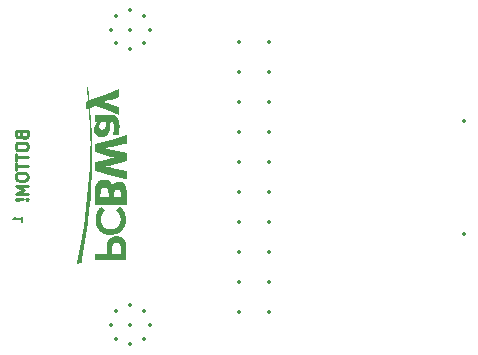
<source format=gbo>
%TF.GenerationSoftware,KiCad,Pcbnew,8.0.3*%
%TF.CreationDate,2024-06-06T10:46:03+01:00*%
%TF.ProjectId,hexpansion,68657870-616e-4736-996f-6e2e6b696361,rev?*%
%TF.SameCoordinates,Original*%
%TF.FileFunction,Legend,Bot*%
%TF.FilePolarity,Positive*%
%FSLAX46Y46*%
G04 Gerber Fmt 4.6, Leading zero omitted, Abs format (unit mm)*
G04 Created by KiCad (PCBNEW 8.0.3) date 2024-06-06 10:46:03*
%MOMM*%
%LPD*%
G01*
G04 APERTURE LIST*
%ADD10C,0.000000*%
%ADD11C,0.250000*%
%ADD12C,0.200000*%
%ADD13C,0.350000*%
G04 APERTURE END LIST*
D10*
G36*
X110346526Y-100219142D02*
G01*
X110384328Y-100219949D01*
X110419393Y-100221113D01*
X110451880Y-100222654D01*
X110481948Y-100224591D01*
X110509755Y-100226942D01*
X110535459Y-100229729D01*
X110559220Y-100232969D01*
X110581196Y-100236682D01*
X110601545Y-100240888D01*
X110620427Y-100245606D01*
X110637998Y-100250855D01*
X110654419Y-100256654D01*
X110669848Y-100263024D01*
X110684442Y-100269983D01*
X110704006Y-100281073D01*
X110723659Y-100294363D01*
X110743294Y-100309708D01*
X110762804Y-100326962D01*
X110782084Y-100345980D01*
X110801026Y-100366615D01*
X110819524Y-100388722D01*
X110837471Y-100412155D01*
X110854760Y-100436769D01*
X110871286Y-100462417D01*
X110886940Y-100488955D01*
X110901618Y-100516237D01*
X110915211Y-100544116D01*
X110927613Y-100572447D01*
X110938718Y-100601085D01*
X110948419Y-100629884D01*
X110954202Y-100648175D01*
X110959836Y-100665239D01*
X110965191Y-100680702D01*
X110970137Y-100694191D01*
X110972415Y-100700079D01*
X110974543Y-100705333D01*
X110976503Y-100709906D01*
X110978280Y-100713752D01*
X110979857Y-100716825D01*
X110981217Y-100719077D01*
X110981811Y-100719881D01*
X110982345Y-100720462D01*
X110982817Y-100720815D01*
X110983225Y-100720933D01*
X110984083Y-100720591D01*
X110985291Y-100719587D01*
X110986828Y-100717955D01*
X110988671Y-100715729D01*
X110993187Y-100709630D01*
X110998663Y-100701560D01*
X111004921Y-100691790D01*
X111011785Y-100680592D01*
X111019077Y-100668236D01*
X111026621Y-100654992D01*
X111041259Y-100630520D01*
X111057393Y-100606724D01*
X111074948Y-100583657D01*
X111093852Y-100561373D01*
X111114034Y-100539929D01*
X111135421Y-100519377D01*
X111157940Y-100499772D01*
X111181518Y-100481169D01*
X111206085Y-100463622D01*
X111231567Y-100447185D01*
X111257891Y-100431913D01*
X111284986Y-100417860D01*
X111312779Y-100405081D01*
X111341198Y-100393630D01*
X111370169Y-100383561D01*
X111399622Y-100374929D01*
X111416666Y-100370924D01*
X111435567Y-100367445D01*
X111456055Y-100364491D01*
X111477865Y-100362064D01*
X111500728Y-100360163D01*
X111524378Y-100358791D01*
X111548546Y-100357946D01*
X111572966Y-100357630D01*
X111597369Y-100357843D01*
X111621489Y-100358586D01*
X111645058Y-100359859D01*
X111667808Y-100361664D01*
X111689473Y-100363999D01*
X111709785Y-100366867D01*
X111728476Y-100370267D01*
X111745279Y-100374200D01*
X111782367Y-100385531D01*
X111818192Y-100399408D01*
X111852701Y-100415773D01*
X111885841Y-100434569D01*
X111917561Y-100455737D01*
X111947808Y-100479220D01*
X111976529Y-100504959D01*
X112003673Y-100532898D01*
X112029188Y-100562978D01*
X112053020Y-100595142D01*
X112075117Y-100629330D01*
X112095428Y-100665487D01*
X112113899Y-100703553D01*
X112130479Y-100743472D01*
X112145115Y-100785185D01*
X112157755Y-100828634D01*
X112169282Y-100881363D01*
X112178768Y-100945751D01*
X112186370Y-101025186D01*
X112192247Y-101123056D01*
X112196557Y-101242750D01*
X112199456Y-101387655D01*
X112201654Y-101766652D01*
X112201807Y-102341317D01*
X111715402Y-102341317D01*
X110844110Y-102341317D01*
X110671671Y-102341318D01*
X109486154Y-102341321D01*
X109492123Y-101663022D01*
X109974344Y-101663022D01*
X110671671Y-101663022D01*
X110668062Y-101475080D01*
X111134287Y-101475080D01*
X111134287Y-101663022D01*
X111715402Y-101663022D01*
X111708399Y-101465185D01*
X111706725Y-101424476D01*
X111704609Y-101384627D01*
X111702131Y-101346642D01*
X111699375Y-101311529D01*
X111696422Y-101280292D01*
X111693355Y-101253939D01*
X111690255Y-101233474D01*
X111688718Y-101225764D01*
X111687204Y-101219903D01*
X111680286Y-101200211D01*
X111671755Y-101181479D01*
X111661679Y-101163753D01*
X111650126Y-101147077D01*
X111637165Y-101131497D01*
X111622864Y-101117057D01*
X111607292Y-101103804D01*
X111590517Y-101091781D01*
X111572608Y-101081035D01*
X111553632Y-101071611D01*
X111533660Y-101063553D01*
X111512758Y-101056906D01*
X111490995Y-101051716D01*
X111468440Y-101048028D01*
X111445162Y-101045888D01*
X111421228Y-101045339D01*
X111397049Y-101046261D01*
X111385352Y-101047220D01*
X111373916Y-101048512D01*
X111362741Y-101050136D01*
X111351827Y-101052092D01*
X111341173Y-101054381D01*
X111330781Y-101057003D01*
X111320649Y-101059957D01*
X111310778Y-101063244D01*
X111301167Y-101066864D01*
X111291817Y-101070817D01*
X111282726Y-101075103D01*
X111273896Y-101079722D01*
X111265326Y-101084674D01*
X111257015Y-101089959D01*
X111248964Y-101095578D01*
X111241173Y-101101530D01*
X111233641Y-101107815D01*
X111226368Y-101114434D01*
X111219355Y-101121386D01*
X111212601Y-101128672D01*
X111206105Y-101136292D01*
X111199869Y-101144245D01*
X111193891Y-101152532D01*
X111188172Y-101161153D01*
X111182711Y-101170108D01*
X111177509Y-101179397D01*
X111172565Y-101189021D01*
X111167879Y-101198978D01*
X111163451Y-101209270D01*
X111159281Y-101219896D01*
X111159494Y-101219896D01*
X111152322Y-101240566D01*
X111146608Y-101261390D01*
X111144249Y-101272338D01*
X111142198Y-101283897D01*
X111138937Y-101309611D01*
X111136670Y-101340059D01*
X111135243Y-101376769D01*
X111134500Y-101421267D01*
X111134287Y-101475080D01*
X110668062Y-101475080D01*
X110666666Y-101402383D01*
X110664310Y-101307990D01*
X110662848Y-101268034D01*
X110661093Y-101232352D01*
X110658967Y-101200528D01*
X110656392Y-101172146D01*
X110653289Y-101146791D01*
X110649582Y-101124048D01*
X110647477Y-101113526D01*
X110645191Y-101103501D01*
X110642715Y-101093921D01*
X110640039Y-101084734D01*
X110637153Y-101075889D01*
X110634047Y-101067333D01*
X110630713Y-101059014D01*
X110627139Y-101050881D01*
X110619235Y-101034964D01*
X110610257Y-101019165D01*
X110600128Y-101003069D01*
X110588770Y-100986261D01*
X110579656Y-100973899D01*
X110569944Y-100962270D01*
X110559629Y-100951371D01*
X110548704Y-100941198D01*
X110537163Y-100931748D01*
X110525001Y-100923018D01*
X110512210Y-100915004D01*
X110498785Y-100907704D01*
X110484719Y-100901114D01*
X110470007Y-100895231D01*
X110454642Y-100890051D01*
X110438618Y-100885571D01*
X110421928Y-100881788D01*
X110404567Y-100878699D01*
X110386529Y-100876301D01*
X110367807Y-100874589D01*
X110350025Y-100873593D01*
X110332690Y-100873182D01*
X110315798Y-100873357D01*
X110299347Y-100874122D01*
X110283336Y-100875476D01*
X110267761Y-100877423D01*
X110252620Y-100879964D01*
X110237911Y-100883101D01*
X110223632Y-100886835D01*
X110209779Y-100891168D01*
X110196351Y-100896103D01*
X110183345Y-100901640D01*
X110170759Y-100907782D01*
X110158590Y-100914531D01*
X110146836Y-100921888D01*
X110135494Y-100929855D01*
X110124563Y-100938433D01*
X110114039Y-100947626D01*
X110103920Y-100957433D01*
X110094204Y-100967858D01*
X110084889Y-100978902D01*
X110075971Y-100990566D01*
X110067450Y-101002853D01*
X110059321Y-101015765D01*
X110051583Y-101029302D01*
X110044234Y-101043467D01*
X110037270Y-101058262D01*
X110030690Y-101073689D01*
X110024491Y-101089748D01*
X110018671Y-101106443D01*
X110008158Y-101141744D01*
X110007547Y-101141744D01*
X110004028Y-101159039D01*
X110000431Y-101184218D01*
X109996848Y-101216084D01*
X109993370Y-101253438D01*
X109987096Y-101339822D01*
X109982340Y-101433786D01*
X109974344Y-101663022D01*
X109492123Y-101663022D01*
X109492151Y-101659887D01*
X109493980Y-101448155D01*
X109495839Y-101283154D01*
X109498019Y-101157495D01*
X109499321Y-101107110D01*
X109500812Y-101063789D01*
X109502530Y-101026610D01*
X109504511Y-100994648D01*
X109506790Y-100966981D01*
X109509405Y-100942684D01*
X109512392Y-100920834D01*
X109515788Y-100900507D01*
X109519629Y-100880781D01*
X109523950Y-100860730D01*
X109536860Y-100808664D01*
X109552006Y-100758033D01*
X109569320Y-100708933D01*
X109588730Y-100661464D01*
X109610168Y-100615722D01*
X109633563Y-100571804D01*
X109658846Y-100529807D01*
X109685945Y-100489830D01*
X109714793Y-100451969D01*
X109745317Y-100416321D01*
X109777449Y-100382985D01*
X109811118Y-100352057D01*
X109846255Y-100323634D01*
X109882790Y-100297814D01*
X109901560Y-100285911D01*
X109920652Y-100274695D01*
X109940059Y-100264178D01*
X109959772Y-100254373D01*
X109984914Y-100242698D01*
X109996090Y-100237957D01*
X110006900Y-100233880D01*
X110017767Y-100230418D01*
X110029114Y-100227519D01*
X110041364Y-100225135D01*
X110054941Y-100223214D01*
X110070267Y-100221707D01*
X110087766Y-100220563D01*
X110130974Y-100219165D01*
X110187950Y-100218618D01*
X110262079Y-100218522D01*
X110346526Y-100219142D01*
G37*
G36*
X111721384Y-102532007D02*
G01*
X111758497Y-102569875D01*
X111794190Y-102609365D01*
X111828419Y-102650392D01*
X111861141Y-102692875D01*
X111892311Y-102736731D01*
X111921887Y-102781879D01*
X111949823Y-102828234D01*
X111976076Y-102875716D01*
X112000603Y-102924240D01*
X112023359Y-102973726D01*
X112044301Y-103024091D01*
X112063385Y-103075252D01*
X112080567Y-103127126D01*
X112095803Y-103179631D01*
X112109050Y-103232686D01*
X112120264Y-103286207D01*
X112124966Y-103314490D01*
X112128987Y-103345377D01*
X112132328Y-103378495D01*
X112134994Y-103413470D01*
X112138307Y-103487503D01*
X112138950Y-103564492D01*
X112136944Y-103641454D01*
X112132312Y-103715408D01*
X112129019Y-103750325D01*
X112125077Y-103783371D01*
X112120489Y-103814173D01*
X112115259Y-103842359D01*
X112097995Y-103915221D01*
X112076784Y-103986715D01*
X112051758Y-104056662D01*
X112023048Y-104124889D01*
X111990787Y-104191218D01*
X111955106Y-104255473D01*
X111916138Y-104317477D01*
X111874014Y-104377056D01*
X111828866Y-104434032D01*
X111780827Y-104488230D01*
X111730027Y-104539473D01*
X111676600Y-104587584D01*
X111620676Y-104632389D01*
X111562389Y-104673710D01*
X111501869Y-104711372D01*
X111439249Y-104745199D01*
X111375701Y-104774254D01*
X111308898Y-104799573D01*
X111239289Y-104821150D01*
X111167321Y-104838979D01*
X111093440Y-104853056D01*
X111018094Y-104863375D01*
X110941730Y-104869930D01*
X110864796Y-104872718D01*
X110787737Y-104871731D01*
X110711003Y-104866966D01*
X110635039Y-104858417D01*
X110560293Y-104846079D01*
X110487213Y-104829946D01*
X110416245Y-104810014D01*
X110347836Y-104786277D01*
X110282434Y-104758729D01*
X110215139Y-104725111D01*
X110150496Y-104687727D01*
X110088609Y-104646711D01*
X110029581Y-104602199D01*
X109973516Y-104554325D01*
X109920517Y-104503225D01*
X109870688Y-104449033D01*
X109824131Y-104391884D01*
X109780950Y-104331914D01*
X109741249Y-104269257D01*
X109705131Y-104204047D01*
X109672700Y-104136421D01*
X109644058Y-104066513D01*
X109619309Y-103994458D01*
X109598556Y-103920390D01*
X109581903Y-103844446D01*
X109582147Y-103844446D01*
X109577628Y-103815555D01*
X109573960Y-103781637D01*
X109569098Y-103701620D01*
X109567400Y-103610206D01*
X109568701Y-103513202D01*
X109572838Y-103416420D01*
X109579650Y-103325669D01*
X109588972Y-103246759D01*
X109594523Y-103213559D01*
X109600641Y-103185499D01*
X109611738Y-103144897D01*
X109624478Y-103104199D01*
X109638818Y-103063485D01*
X109654711Y-103022833D01*
X109672113Y-102982324D01*
X109690978Y-102942038D01*
X109711262Y-102902052D01*
X109732920Y-102862449D01*
X109755905Y-102823305D01*
X109780174Y-102784702D01*
X109805680Y-102746719D01*
X109832380Y-102709436D01*
X109860227Y-102672931D01*
X109889177Y-102637285D01*
X109919185Y-102602577D01*
X109950205Y-102568887D01*
X110035303Y-102479299D01*
X110195917Y-102637311D01*
X110356531Y-102795324D01*
X110295832Y-102866643D01*
X110256798Y-102913473D01*
X110221179Y-102958350D01*
X110188850Y-103001570D01*
X110159687Y-103043429D01*
X110133568Y-103084221D01*
X110110369Y-103124244D01*
X110089966Y-103163792D01*
X110072237Y-103203162D01*
X110057058Y-103242649D01*
X110044305Y-103282548D01*
X110033855Y-103323156D01*
X110025585Y-103364769D01*
X110019371Y-103407681D01*
X110015091Y-103452189D01*
X110012620Y-103498588D01*
X110011835Y-103547174D01*
X110012105Y-103578565D01*
X110012908Y-103608261D01*
X110014290Y-103636468D01*
X110016298Y-103663392D01*
X110018980Y-103689241D01*
X110022383Y-103714220D01*
X110026554Y-103738538D01*
X110031540Y-103762399D01*
X110037388Y-103786012D01*
X110044147Y-103809582D01*
X110051861Y-103833317D01*
X110060580Y-103857422D01*
X110070350Y-103882105D01*
X110081219Y-103907573D01*
X110093233Y-103934031D01*
X110106439Y-103961686D01*
X110114045Y-103976996D01*
X110121539Y-103991487D01*
X110129003Y-104005271D01*
X110136519Y-104018458D01*
X110144167Y-104031158D01*
X110152029Y-104043482D01*
X110160186Y-104055539D01*
X110168718Y-104067441D01*
X110177708Y-104079297D01*
X110187236Y-104091217D01*
X110197383Y-104103312D01*
X110208230Y-104115693D01*
X110219860Y-104128469D01*
X110232351Y-104141751D01*
X110260248Y-104170274D01*
X110291092Y-104199911D01*
X110322232Y-104227316D01*
X110353782Y-104252532D01*
X110385856Y-104275604D01*
X110418567Y-104296576D01*
X110452028Y-104315492D01*
X110486353Y-104332397D01*
X110521656Y-104347335D01*
X110558050Y-104360349D01*
X110595648Y-104371485D01*
X110634564Y-104380786D01*
X110674911Y-104388297D01*
X110716803Y-104394062D01*
X110760354Y-104398125D01*
X110805676Y-104400531D01*
X110852884Y-104401323D01*
X110897611Y-104400565D01*
X110940552Y-104398256D01*
X110981842Y-104394344D01*
X111021617Y-104388773D01*
X111060010Y-104381492D01*
X111097158Y-104372446D01*
X111133194Y-104361582D01*
X111168255Y-104348848D01*
X111202474Y-104334189D01*
X111235988Y-104317552D01*
X111268931Y-104298884D01*
X111301438Y-104278132D01*
X111333643Y-104255242D01*
X111365683Y-104230161D01*
X111397691Y-104202835D01*
X111429804Y-104173211D01*
X111458316Y-104145047D01*
X111484920Y-104116857D01*
X111509670Y-104088528D01*
X111532623Y-104059950D01*
X111553835Y-104031011D01*
X111573361Y-104001601D01*
X111591256Y-103971607D01*
X111607578Y-103940920D01*
X111622382Y-103909427D01*
X111635722Y-103877018D01*
X111647657Y-103843580D01*
X111658240Y-103809004D01*
X111667528Y-103773178D01*
X111675577Y-103735991D01*
X111682443Y-103697331D01*
X111688181Y-103657087D01*
X111692767Y-103607569D01*
X111694170Y-103557311D01*
X111692457Y-103506506D01*
X111687696Y-103455345D01*
X111679953Y-103404020D01*
X111669296Y-103352722D01*
X111655791Y-103301644D01*
X111639507Y-103250977D01*
X111620510Y-103200913D01*
X111598868Y-103151644D01*
X111574647Y-103103361D01*
X111547914Y-103056256D01*
X111518738Y-103010522D01*
X111487184Y-102966348D01*
X111453321Y-102923929D01*
X111417215Y-102883455D01*
X111336618Y-102798013D01*
X111494898Y-102631601D01*
X111653177Y-102465188D01*
X111721384Y-102532007D01*
G37*
G36*
X110538603Y-94691804D02*
G01*
X110650122Y-94692151D01*
X110746578Y-94692812D01*
X110829366Y-94693887D01*
X110899881Y-94695477D01*
X110959518Y-94697683D01*
X110985693Y-94699049D01*
X111009672Y-94700607D01*
X111031629Y-94702369D01*
X111051739Y-94704348D01*
X111070175Y-94706556D01*
X111087113Y-94709007D01*
X111102726Y-94711713D01*
X111117189Y-94714686D01*
X111130676Y-94717939D01*
X111143362Y-94721485D01*
X111155422Y-94725336D01*
X111167029Y-94729505D01*
X111178357Y-94734004D01*
X111189582Y-94738847D01*
X111212419Y-94749611D01*
X111236933Y-94761899D01*
X111279788Y-94786626D01*
X111320066Y-94816034D01*
X111357743Y-94850056D01*
X111392792Y-94888628D01*
X111425187Y-94931681D01*
X111454901Y-94979151D01*
X111481910Y-95030970D01*
X111506185Y-95087073D01*
X111527703Y-95147393D01*
X111546436Y-95211864D01*
X111562359Y-95280419D01*
X111575445Y-95352992D01*
X111585668Y-95429517D01*
X111593003Y-95509928D01*
X111597423Y-95594158D01*
X111598902Y-95682142D01*
X111597136Y-95761757D01*
X111592053Y-95848465D01*
X111583972Y-95939772D01*
X111573213Y-96033181D01*
X111560098Y-96126200D01*
X111544944Y-96216332D01*
X111528073Y-96301085D01*
X111509806Y-96377961D01*
X111497507Y-96425062D01*
X111008600Y-96425062D01*
X111008600Y-96395822D01*
X111008763Y-96392444D01*
X111009240Y-96388375D01*
X111011072Y-96378384D01*
X111013968Y-96366285D01*
X111017799Y-96352515D01*
X111022437Y-96337510D01*
X111027751Y-96321708D01*
X111033614Y-96305543D01*
X111039896Y-96289453D01*
X111055784Y-96249036D01*
X111070443Y-96209012D01*
X111083871Y-96169384D01*
X111096069Y-96130156D01*
X111107034Y-96091333D01*
X111116767Y-96052919D01*
X111125267Y-96014917D01*
X111132532Y-95977332D01*
X111138562Y-95940169D01*
X111143356Y-95903430D01*
X111146912Y-95867120D01*
X111149231Y-95831244D01*
X111150312Y-95795804D01*
X111150153Y-95760807D01*
X111148753Y-95726254D01*
X111146112Y-95692151D01*
X111140957Y-95646583D01*
X111134544Y-95604194D01*
X111130856Y-95584177D01*
X111126841Y-95564936D01*
X111122495Y-95546465D01*
X111117814Y-95528759D01*
X111112793Y-95511810D01*
X111107429Y-95495613D01*
X111101717Y-95480161D01*
X111095654Y-95465449D01*
X111089234Y-95451469D01*
X111082455Y-95438217D01*
X111075311Y-95425685D01*
X111067799Y-95413868D01*
X111059914Y-95402760D01*
X111051652Y-95392353D01*
X111043009Y-95382643D01*
X111033982Y-95373622D01*
X111024565Y-95365285D01*
X111014754Y-95357626D01*
X111004546Y-95350638D01*
X110993937Y-95344315D01*
X110982921Y-95338651D01*
X110971496Y-95333640D01*
X110959656Y-95329275D01*
X110947398Y-95325551D01*
X110934717Y-95322461D01*
X110921610Y-95319999D01*
X110908071Y-95318158D01*
X110894098Y-95316934D01*
X110839701Y-95313432D01*
X110823908Y-95495569D01*
X110810885Y-95633376D01*
X110804082Y-95695697D01*
X110797006Y-95754005D01*
X110789601Y-95808581D01*
X110781808Y-95859706D01*
X110773570Y-95907662D01*
X110764828Y-95952730D01*
X110755524Y-95995192D01*
X110745602Y-96035328D01*
X110735003Y-96073420D01*
X110723668Y-96109749D01*
X110711541Y-96144597D01*
X110698563Y-96178245D01*
X110684677Y-96210974D01*
X110669824Y-96243066D01*
X110646874Y-96287630D01*
X110622518Y-96328923D01*
X110596668Y-96366996D01*
X110569238Y-96401903D01*
X110540142Y-96433695D01*
X110509292Y-96462424D01*
X110476603Y-96488143D01*
X110441986Y-96510903D01*
X110405356Y-96530758D01*
X110366625Y-96547758D01*
X110325707Y-96561956D01*
X110282516Y-96573405D01*
X110236963Y-96582157D01*
X110188964Y-96588263D01*
X110138430Y-96591776D01*
X110135456Y-96591830D01*
X110085276Y-96592748D01*
X110048676Y-96592245D01*
X110016050Y-96591097D01*
X110001031Y-96590257D01*
X109986770Y-96589227D01*
X109973190Y-96587998D01*
X109960211Y-96586561D01*
X109947755Y-96584904D01*
X109935744Y-96583021D01*
X109924099Y-96580899D01*
X109912743Y-96578531D01*
X109901596Y-96575907D01*
X109890581Y-96573016D01*
X109879619Y-96569851D01*
X109868631Y-96566400D01*
X109829135Y-96551902D01*
X109790778Y-96534637D01*
X109753701Y-96514761D01*
X109718043Y-96492436D01*
X109683943Y-96467819D01*
X109651541Y-96441069D01*
X109620975Y-96412345D01*
X109592386Y-96381807D01*
X109565913Y-96349612D01*
X109541694Y-96315920D01*
X109519871Y-96280889D01*
X109500581Y-96244679D01*
X109483964Y-96207447D01*
X109470160Y-96169355D01*
X109459308Y-96130559D01*
X109451548Y-96091218D01*
X109451364Y-96091203D01*
X109449259Y-96073829D01*
X109447484Y-96052913D01*
X109446085Y-96029249D01*
X109445108Y-96003631D01*
X109444601Y-95976855D01*
X109444610Y-95949713D01*
X109445180Y-95923000D01*
X109446360Y-95897512D01*
X109448930Y-95861920D01*
X109452816Y-95826923D01*
X109458020Y-95792512D01*
X109464547Y-95758680D01*
X109472397Y-95725417D01*
X109481576Y-95692717D01*
X109492086Y-95660571D01*
X109493310Y-95657306D01*
X109880052Y-95657306D01*
X109880129Y-95672200D01*
X109880836Y-95687211D01*
X109882173Y-95702424D01*
X109884138Y-95717922D01*
X109886731Y-95733788D01*
X109889950Y-95750107D01*
X109893795Y-95766962D01*
X109898264Y-95784437D01*
X109903363Y-95801774D01*
X109909078Y-95818079D01*
X109915428Y-95833371D01*
X109922433Y-95847669D01*
X109930112Y-95860991D01*
X109938486Y-95873359D01*
X109942940Y-95879190D01*
X109947575Y-95884789D01*
X109952393Y-95890160D01*
X109957397Y-95895304D01*
X109962590Y-95900223D01*
X109967973Y-95904920D01*
X109973550Y-95909398D01*
X109979323Y-95913658D01*
X109985294Y-95917704D01*
X109991466Y-95921537D01*
X110004421Y-95928577D01*
X110018210Y-95934796D01*
X110032850Y-95940214D01*
X110048363Y-95944850D01*
X110064768Y-95948724D01*
X110079429Y-95951491D01*
X110093831Y-95953650D01*
X110107972Y-95955204D01*
X110121848Y-95956155D01*
X110135456Y-95956504D01*
X110148794Y-95956253D01*
X110161859Y-95955403D01*
X110174649Y-95953957D01*
X110187159Y-95951916D01*
X110199389Y-95949281D01*
X110211334Y-95946056D01*
X110222993Y-95942240D01*
X110234362Y-95937837D01*
X110245438Y-95932847D01*
X110256219Y-95927273D01*
X110266703Y-95921117D01*
X110276885Y-95914379D01*
X110286764Y-95907062D01*
X110296336Y-95899167D01*
X110305600Y-95890697D01*
X110314552Y-95881652D01*
X110323189Y-95872035D01*
X110331508Y-95861848D01*
X110339507Y-95851091D01*
X110347184Y-95839768D01*
X110354534Y-95827879D01*
X110361556Y-95815426D01*
X110368247Y-95802411D01*
X110374604Y-95788836D01*
X110380624Y-95774703D01*
X110386304Y-95760013D01*
X110391642Y-95744767D01*
X110396134Y-95729701D01*
X110400971Y-95710736D01*
X110411328Y-95663297D01*
X110422011Y-95606828D01*
X110432321Y-95545704D01*
X110441559Y-95484302D01*
X110449024Y-95426997D01*
X110454016Y-95378165D01*
X110455366Y-95358295D01*
X110455835Y-95342183D01*
X110455595Y-95338526D01*
X110454712Y-95335286D01*
X110452940Y-95332439D01*
X110450034Y-95329958D01*
X110445750Y-95327819D01*
X110439843Y-95325997D01*
X110432066Y-95324468D01*
X110422176Y-95323205D01*
X110395075Y-95321382D01*
X110356578Y-95320327D01*
X110304726Y-95319840D01*
X110237558Y-95319722D01*
X110019266Y-95319722D01*
X109973062Y-95386762D01*
X109968230Y-95393999D01*
X109963284Y-95401833D01*
X109953197Y-95418991D01*
X109943091Y-95437640D01*
X109933258Y-95457181D01*
X109923988Y-95477018D01*
X109915571Y-95496554D01*
X109908298Y-95515192D01*
X109905182Y-95523987D01*
X109902460Y-95532335D01*
X109902262Y-95532342D01*
X109897257Y-95549310D01*
X109892891Y-95565725D01*
X109889163Y-95581671D01*
X109886072Y-95597233D01*
X109883616Y-95612494D01*
X109881795Y-95627537D01*
X109880607Y-95642447D01*
X109880052Y-95657306D01*
X109493310Y-95657306D01*
X109503931Y-95628970D01*
X109517113Y-95597907D01*
X109531636Y-95567373D01*
X109547502Y-95537361D01*
X109564716Y-95507862D01*
X109583280Y-95478869D01*
X109603197Y-95450372D01*
X109624471Y-95422365D01*
X109647104Y-95394838D01*
X109705912Y-95325986D01*
X109603571Y-95322385D01*
X109501215Y-95318685D01*
X109501215Y-94691648D01*
X110264795Y-94691648D01*
X110538603Y-94691804D01*
G37*
G36*
X111396095Y-104992338D02*
G01*
X111431675Y-104993950D01*
X111466412Y-104996499D01*
X111500000Y-105000000D01*
X111532134Y-105004465D01*
X111562509Y-105009908D01*
X111618728Y-105023260D01*
X111672691Y-105040107D01*
X111724309Y-105060358D01*
X111773490Y-105083920D01*
X111820143Y-105110702D01*
X111864175Y-105140611D01*
X111905496Y-105173556D01*
X111944013Y-105209444D01*
X111979637Y-105248184D01*
X112012275Y-105289684D01*
X112041836Y-105333852D01*
X112068228Y-105380595D01*
X112091360Y-105429822D01*
X112111141Y-105481440D01*
X112127480Y-105535359D01*
X112140283Y-105591485D01*
X112143458Y-105619434D01*
X112146509Y-105669073D01*
X112152113Y-105827903D01*
X112156853Y-106056937D01*
X112160486Y-106345136D01*
X112166483Y-107026571D01*
X110958139Y-107026571D01*
X109501093Y-107026571D01*
X109501093Y-106499322D01*
X110958139Y-106499322D01*
X111718088Y-106492723D01*
X111715082Y-106203821D01*
X111714105Y-106132898D01*
X111712706Y-106069160D01*
X111710754Y-106012066D01*
X111708119Y-105961081D01*
X111704670Y-105915668D01*
X111702600Y-105894882D01*
X111700277Y-105875287D01*
X111697685Y-105856817D01*
X111694809Y-105839403D01*
X111691631Y-105822980D01*
X111688135Y-105807478D01*
X111684305Y-105792832D01*
X111680125Y-105778975D01*
X111675579Y-105765838D01*
X111670649Y-105753355D01*
X111665320Y-105741459D01*
X111659575Y-105730083D01*
X111653399Y-105719158D01*
X111646774Y-105708619D01*
X111639684Y-105698398D01*
X111632114Y-105688428D01*
X111624046Y-105678642D01*
X111615465Y-105668972D01*
X111606354Y-105659351D01*
X111596696Y-105649712D01*
X111575678Y-105630113D01*
X111562414Y-105618571D01*
X111549346Y-105607997D01*
X111536388Y-105598362D01*
X111523454Y-105589633D01*
X111510458Y-105581780D01*
X111497316Y-105574773D01*
X111483943Y-105568579D01*
X111470251Y-105563169D01*
X111456156Y-105558512D01*
X111441573Y-105554575D01*
X111426416Y-105551329D01*
X111410600Y-105548743D01*
X111394038Y-105546785D01*
X111376646Y-105545425D01*
X111358338Y-105544631D01*
X111339029Y-105544374D01*
X111320228Y-105544740D01*
X111301839Y-105545837D01*
X111283866Y-105547657D01*
X111266317Y-105550195D01*
X111249197Y-105553446D01*
X111232513Y-105557404D01*
X111216270Y-105562063D01*
X111200474Y-105567417D01*
X111185132Y-105573462D01*
X111170249Y-105580190D01*
X111155832Y-105587597D01*
X111141887Y-105595676D01*
X111128419Y-105604423D01*
X111115435Y-105613831D01*
X111102941Y-105623895D01*
X111090942Y-105634609D01*
X111079446Y-105645967D01*
X111068457Y-105657964D01*
X111057983Y-105670594D01*
X111048028Y-105683851D01*
X111038600Y-105697730D01*
X111029703Y-105712225D01*
X111021345Y-105727330D01*
X111013531Y-105743040D01*
X111006268Y-105759349D01*
X110999560Y-105776251D01*
X110993415Y-105793740D01*
X110987839Y-105811812D01*
X110982837Y-105830459D01*
X110978415Y-105849677D01*
X110971338Y-105889802D01*
X110971231Y-105889745D01*
X110968733Y-105912731D01*
X110966379Y-105944466D01*
X110962330Y-106028461D01*
X110959530Y-106130286D01*
X110958429Y-106238496D01*
X110958139Y-106499322D01*
X109501093Y-106499322D01*
X109501093Y-106499006D01*
X110502680Y-106499006D01*
X110509684Y-106119035D01*
X110513047Y-105964513D01*
X110515149Y-105898145D01*
X110517642Y-105838257D01*
X110520605Y-105784259D01*
X110524121Y-105735565D01*
X110528271Y-105691587D01*
X110533136Y-105651738D01*
X110538798Y-105615428D01*
X110545338Y-105582072D01*
X110552838Y-105551081D01*
X110561379Y-105521868D01*
X110571043Y-105493845D01*
X110581911Y-105466424D01*
X110594064Y-105439018D01*
X110607584Y-105411039D01*
X110625338Y-105377422D01*
X110644336Y-105345101D01*
X110664571Y-105314083D01*
X110686034Y-105284374D01*
X110708716Y-105255982D01*
X110732610Y-105228916D01*
X110757707Y-105203181D01*
X110783998Y-105178785D01*
X110811477Y-105155736D01*
X110840133Y-105134041D01*
X110869960Y-105113708D01*
X110900949Y-105094743D01*
X110933091Y-105077155D01*
X110966378Y-105060950D01*
X111000803Y-105046136D01*
X111036356Y-105032720D01*
X111061066Y-105024889D01*
X111088291Y-105017850D01*
X111117725Y-105011617D01*
X111149063Y-105006203D01*
X111181999Y-105001620D01*
X111216229Y-104997883D01*
X111251447Y-104995004D01*
X111287348Y-104992997D01*
X111323626Y-104991875D01*
X111359977Y-104991651D01*
X111396095Y-104992338D01*
G37*
G36*
X108904535Y-92369867D02*
G01*
X108973535Y-92943651D01*
X108997695Y-93145699D01*
X109018310Y-93311992D01*
X109033190Y-93425300D01*
X109037793Y-93456701D01*
X109040140Y-93468396D01*
X110132299Y-93072169D01*
X111520563Y-92559575D01*
X111522831Y-92559594D01*
X111524883Y-92561512D01*
X111526726Y-92565495D01*
X111528372Y-92571709D01*
X111531110Y-92591489D01*
X111533174Y-92622180D01*
X111534644Y-92665105D01*
X111535596Y-92721591D01*
X111536264Y-92880544D01*
X111536264Y-93207471D01*
X111420069Y-93243841D01*
X110834805Y-93427473D01*
X110633913Y-93490989D01*
X110485199Y-93538544D01*
X110381926Y-93572315D01*
X110345224Y-93584712D01*
X110317357Y-93594479D01*
X110297481Y-93601890D01*
X110284755Y-93607216D01*
X110278337Y-93610729D01*
X110277230Y-93611892D01*
X110277384Y-93612703D01*
X110285744Y-93616516D01*
X110306181Y-93624298D01*
X110377882Y-93649877D01*
X110481678Y-93685662D01*
X110606760Y-93727876D01*
X111231668Y-93938024D01*
X111536264Y-94041105D01*
X111536264Y-94372670D01*
X111535905Y-94501411D01*
X111534889Y-94606839D01*
X111534164Y-94647410D01*
X111533310Y-94678074D01*
X111532338Y-94697469D01*
X111531811Y-94702516D01*
X111531259Y-94704236D01*
X110554636Y-94338517D01*
X109861666Y-94078335D01*
X109560358Y-93966382D01*
X109556947Y-93966165D01*
X109551426Y-93966810D01*
X109534543Y-93970529D01*
X109510690Y-93977221D01*
X109480848Y-93986567D01*
X109445998Y-93998248D01*
X109407120Y-94011944D01*
X109365196Y-94027338D01*
X109321207Y-94044111D01*
X109104517Y-94128259D01*
X109132624Y-94425668D01*
X109180651Y-94974187D01*
X109220984Y-95521510D01*
X109253606Y-96067227D01*
X109278503Y-96610933D01*
X109295661Y-97152217D01*
X109305064Y-97690674D01*
X109306697Y-98225894D01*
X109300547Y-98757470D01*
X109270490Y-99721783D01*
X109216862Y-100720448D01*
X109140672Y-101743725D01*
X109042932Y-102781875D01*
X108924653Y-103825158D01*
X108786846Y-104863834D01*
X108630521Y-105888163D01*
X108456690Y-106888406D01*
X108431572Y-107022875D01*
X108410381Y-107133652D01*
X108395396Y-107209257D01*
X108390942Y-107230283D01*
X108388895Y-107238210D01*
X108372567Y-107243123D01*
X108332451Y-107252591D01*
X108211468Y-107278786D01*
X108087168Y-107303971D01*
X108042907Y-107312176D01*
X108020777Y-107315320D01*
X108021204Y-107315332D01*
X108020183Y-107315313D01*
X108019205Y-107315240D01*
X108018269Y-107315111D01*
X108017375Y-107314927D01*
X108016525Y-107314687D01*
X108015718Y-107314392D01*
X108014955Y-107314042D01*
X108014235Y-107313636D01*
X108013561Y-107313175D01*
X108012931Y-107312658D01*
X108012346Y-107312086D01*
X108011807Y-107311459D01*
X108011313Y-107310776D01*
X108010866Y-107310037D01*
X108010465Y-107309243D01*
X108010111Y-107308393D01*
X108009804Y-107307488D01*
X108009545Y-107306527D01*
X108009333Y-107305510D01*
X108009170Y-107304438D01*
X108008990Y-107302127D01*
X108009007Y-107299592D01*
X108009224Y-107296834D01*
X108009644Y-107293854D01*
X108010269Y-107290649D01*
X108011103Y-107287221D01*
X108109774Y-106773148D01*
X108256830Y-105977739D01*
X108414847Y-105070205D01*
X108556335Y-104186458D01*
X108681689Y-103323241D01*
X108791305Y-102477295D01*
X108885580Y-101645363D01*
X108964910Y-100824188D01*
X109029690Y-100010512D01*
X109080316Y-99201078D01*
X109107832Y-98637263D01*
X109127292Y-98107621D01*
X109138687Y-97605515D01*
X109142006Y-97124308D01*
X109137239Y-96657366D01*
X109124375Y-96198052D01*
X109103406Y-95739731D01*
X109074320Y-95275766D01*
X109049898Y-94954323D01*
X109020460Y-94595761D01*
X108994828Y-94303306D01*
X108986195Y-94214125D01*
X108981821Y-94180181D01*
X108980941Y-94180106D01*
X108978953Y-94180478D01*
X108971886Y-94182479D01*
X108961089Y-94186016D01*
X108947031Y-94190924D01*
X108911006Y-94204180D01*
X108867563Y-94220910D01*
X108823953Y-94237874D01*
X108787548Y-94251766D01*
X108762247Y-94261153D01*
X108754978Y-94263708D01*
X108751947Y-94264600D01*
X108751244Y-94257640D01*
X108750659Y-94237692D01*
X108749939Y-94164426D01*
X108749971Y-94055991D01*
X108750940Y-93923578D01*
X108753946Y-93582551D01*
X108835550Y-93552053D01*
X108851992Y-93545861D01*
X108867426Y-93539965D01*
X108893932Y-93529615D01*
X108904337Y-93525438D01*
X108912397Y-93522111D01*
X108917777Y-93519773D01*
X108919359Y-93519019D01*
X108920145Y-93518564D01*
X108918459Y-93483276D01*
X108911575Y-93389400D01*
X108886652Y-93083047D01*
X108867151Y-92851853D01*
X108859429Y-92758995D01*
X108853012Y-92679719D01*
X108847866Y-92612844D01*
X108845758Y-92583686D01*
X108843954Y-92557185D01*
X108842451Y-92533192D01*
X108841243Y-92511560D01*
X108840327Y-92492141D01*
X108839697Y-92474787D01*
X108839349Y-92459349D01*
X108839280Y-92445682D01*
X108839485Y-92433635D01*
X108839958Y-92423062D01*
X108840697Y-92413815D01*
X108841696Y-92405746D01*
X108842291Y-92402107D01*
X108842951Y-92398707D01*
X108843673Y-92395527D01*
X108844458Y-92392550D01*
X108845304Y-92389756D01*
X108846212Y-92387127D01*
X108847180Y-92384645D01*
X108848209Y-92382290D01*
X108850444Y-92377893D01*
X108852914Y-92373786D01*
X108855613Y-92369822D01*
X108858538Y-92365853D01*
X108865045Y-92357309D01*
X108896540Y-92315328D01*
X108904535Y-92369867D01*
G37*
G36*
X112200006Y-96794233D02*
G01*
X112200960Y-96925919D01*
X112200884Y-97034566D01*
X112200488Y-97076726D01*
X112199869Y-97108895D01*
X112199038Y-97129666D01*
X112198547Y-97135336D01*
X112198007Y-97137628D01*
X111938375Y-97196472D01*
X111321665Y-97330449D01*
X110981515Y-97404085D01*
X110699209Y-97465989D01*
X110504136Y-97509647D01*
X110448496Y-97522599D01*
X110425684Y-97528547D01*
X110422709Y-97530089D01*
X110420906Y-97531713D01*
X110420458Y-97532562D01*
X110420321Y-97533438D01*
X110420500Y-97534343D01*
X110421002Y-97535279D01*
X110422995Y-97537255D01*
X110426348Y-97539384D01*
X110431107Y-97541682D01*
X110437321Y-97544167D01*
X110454297Y-97549769D01*
X110477652Y-97556329D01*
X110507764Y-97563988D01*
X110545008Y-97572885D01*
X111442987Y-97785459D01*
X112196649Y-97964319D01*
X112199655Y-98303216D01*
X112202661Y-98642114D01*
X111305277Y-98867997D01*
X110957410Y-98956196D01*
X110673536Y-99029366D01*
X110482766Y-99079897D01*
X110431391Y-99094296D01*
X110414209Y-99100183D01*
X110486704Y-99117018D01*
X110679453Y-99158202D01*
X111308344Y-99288850D01*
X112196176Y-99471219D01*
X112199182Y-99825197D01*
X112202188Y-100179174D01*
X112066965Y-100143316D01*
X110732172Y-99804662D01*
X109880503Y-99589202D01*
X109516901Y-99496316D01*
X109518381Y-99496312D01*
X109516276Y-99494508D01*
X109514346Y-99490582D01*
X109510990Y-99475677D01*
X109508270Y-99450222D01*
X109506142Y-99412841D01*
X109504562Y-99362159D01*
X109503487Y-99296799D01*
X109502680Y-99116544D01*
X109502680Y-98742326D01*
X110331705Y-98535337D01*
X110653592Y-98454458D01*
X110917173Y-98387258D01*
X111095250Y-98340747D01*
X111143725Y-98327441D01*
X111160623Y-98321935D01*
X111095420Y-98302591D01*
X110917969Y-98254664D01*
X110334726Y-98101938D01*
X109508951Y-97888357D01*
X109508951Y-97136556D01*
X110852976Y-96796365D01*
X112197000Y-96456178D01*
X112200006Y-96794233D01*
G37*
D11*
X103290809Y-96435901D02*
X103338428Y-96578758D01*
X103338428Y-96578758D02*
X103386047Y-96626377D01*
X103386047Y-96626377D02*
X103481285Y-96673996D01*
X103481285Y-96673996D02*
X103624142Y-96673996D01*
X103624142Y-96673996D02*
X103719380Y-96626377D01*
X103719380Y-96626377D02*
X103767000Y-96578758D01*
X103767000Y-96578758D02*
X103814619Y-96483520D01*
X103814619Y-96483520D02*
X103814619Y-96102568D01*
X103814619Y-96102568D02*
X102814619Y-96102568D01*
X102814619Y-96102568D02*
X102814619Y-96435901D01*
X102814619Y-96435901D02*
X102862238Y-96531139D01*
X102862238Y-96531139D02*
X102909857Y-96578758D01*
X102909857Y-96578758D02*
X103005095Y-96626377D01*
X103005095Y-96626377D02*
X103100333Y-96626377D01*
X103100333Y-96626377D02*
X103195571Y-96578758D01*
X103195571Y-96578758D02*
X103243190Y-96531139D01*
X103243190Y-96531139D02*
X103290809Y-96435901D01*
X103290809Y-96435901D02*
X103290809Y-96102568D01*
X102814619Y-97293044D02*
X102814619Y-97483520D01*
X102814619Y-97483520D02*
X102862238Y-97578758D01*
X102862238Y-97578758D02*
X102957476Y-97673996D01*
X102957476Y-97673996D02*
X103147952Y-97721615D01*
X103147952Y-97721615D02*
X103481285Y-97721615D01*
X103481285Y-97721615D02*
X103671761Y-97673996D01*
X103671761Y-97673996D02*
X103767000Y-97578758D01*
X103767000Y-97578758D02*
X103814619Y-97483520D01*
X103814619Y-97483520D02*
X103814619Y-97293044D01*
X103814619Y-97293044D02*
X103767000Y-97197806D01*
X103767000Y-97197806D02*
X103671761Y-97102568D01*
X103671761Y-97102568D02*
X103481285Y-97054949D01*
X103481285Y-97054949D02*
X103147952Y-97054949D01*
X103147952Y-97054949D02*
X102957476Y-97102568D01*
X102957476Y-97102568D02*
X102862238Y-97197806D01*
X102862238Y-97197806D02*
X102814619Y-97293044D01*
X102814619Y-98007330D02*
X102814619Y-98578758D01*
X103814619Y-98293044D02*
X102814619Y-98293044D01*
X102814619Y-98769235D02*
X102814619Y-99340663D01*
X103814619Y-99054949D02*
X102814619Y-99054949D01*
X102814619Y-99864473D02*
X102814619Y-100054949D01*
X102814619Y-100054949D02*
X102862238Y-100150187D01*
X102862238Y-100150187D02*
X102957476Y-100245425D01*
X102957476Y-100245425D02*
X103147952Y-100293044D01*
X103147952Y-100293044D02*
X103481285Y-100293044D01*
X103481285Y-100293044D02*
X103671761Y-100245425D01*
X103671761Y-100245425D02*
X103767000Y-100150187D01*
X103767000Y-100150187D02*
X103814619Y-100054949D01*
X103814619Y-100054949D02*
X103814619Y-99864473D01*
X103814619Y-99864473D02*
X103767000Y-99769235D01*
X103767000Y-99769235D02*
X103671761Y-99673997D01*
X103671761Y-99673997D02*
X103481285Y-99626378D01*
X103481285Y-99626378D02*
X103147952Y-99626378D01*
X103147952Y-99626378D02*
X102957476Y-99673997D01*
X102957476Y-99673997D02*
X102862238Y-99769235D01*
X102862238Y-99769235D02*
X102814619Y-99864473D01*
X103814619Y-100721616D02*
X102814619Y-100721616D01*
X102814619Y-100721616D02*
X103528904Y-101054949D01*
X103528904Y-101054949D02*
X102814619Y-101388282D01*
X102814619Y-101388282D02*
X103814619Y-101388282D01*
X103719380Y-101864473D02*
X103767000Y-101912092D01*
X103767000Y-101912092D02*
X103814619Y-101864473D01*
X103814619Y-101864473D02*
X103767000Y-101816854D01*
X103767000Y-101816854D02*
X103719380Y-101864473D01*
X103719380Y-101864473D02*
X103814619Y-101864473D01*
X103433666Y-101864473D02*
X102862238Y-101816854D01*
X102862238Y-101816854D02*
X102814619Y-101864473D01*
X102814619Y-101864473D02*
X102862238Y-101912092D01*
X102862238Y-101912092D02*
X103433666Y-101864473D01*
X103433666Y-101864473D02*
X102814619Y-101864473D01*
D12*
X103341695Y-103791101D02*
X103341695Y-103333958D01*
X103341695Y-103562530D02*
X102541695Y-103562530D01*
X102541695Y-103562530D02*
X102655980Y-103486339D01*
X102655980Y-103486339D02*
X102732171Y-103410149D01*
X102732171Y-103410149D02*
X102770266Y-103333958D01*
D13*
X140792200Y-104800001D03*
X140792200Y-95199999D03*
X110850000Y-87500000D03*
X111333274Y-86333274D03*
X111333274Y-88666726D03*
X112500000Y-85850000D03*
X112500000Y-87500000D03*
X112500000Y-89150000D03*
X113666726Y-86333274D03*
X113666726Y-88666726D03*
X114150000Y-87500000D03*
X124230000Y-111410000D03*
X121690000Y-111410000D03*
X124230000Y-108870000D03*
X121690000Y-108870000D03*
X124230000Y-106330000D03*
X121690000Y-106330000D03*
X124230000Y-103790000D03*
X121690000Y-103790000D03*
X124230000Y-101250000D03*
X121690000Y-101250000D03*
X124230000Y-98710000D03*
X121690000Y-98710000D03*
X124230000Y-96170000D03*
X121690000Y-96170000D03*
X124230000Y-93630000D03*
X121690000Y-93630000D03*
X124230000Y-91090000D03*
X121690000Y-91090000D03*
X124230000Y-88550000D03*
X121690000Y-88550000D03*
X110850000Y-112500000D03*
X111333274Y-111333274D03*
X111333274Y-113666726D03*
X112500000Y-110850000D03*
X112500000Y-112500000D03*
X112500000Y-114150000D03*
X113666726Y-111333274D03*
X113666726Y-113666726D03*
X114150000Y-112500000D03*
M02*

</source>
